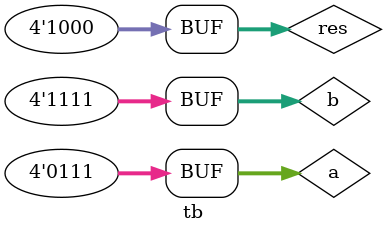
<source format=v>
module tb();
reg[3:0]a=4'h7,b=4'hF;
reg[3:0]res;
always@(a,b)
begin
res=a^b;
end

endmodule
</source>
